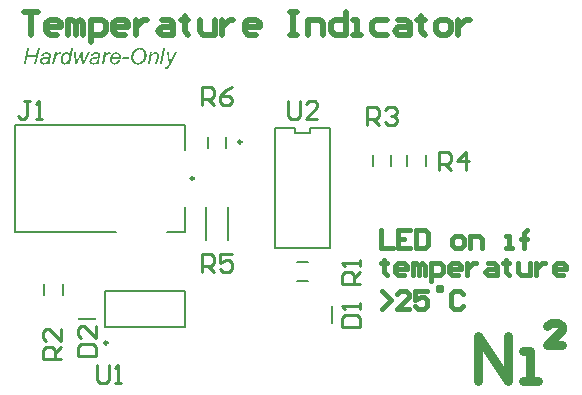
<source format=gbr>
G04*
G04 #@! TF.GenerationSoftware,Altium Limited,Altium Designer,24.8.2 (39)*
G04*
G04 Layer_Color=65535*
%FSLAX25Y25*%
%MOIN*%
G70*
G04*
G04 #@! TF.SameCoordinates,7DA90572-2472-42F9-BF80-4CDDFEAFDCCF*
G04*
G04*
G04 #@! TF.FilePolarity,Positive*
G04*
G01*
G75*
%ADD10C,0.00984*%
%ADD11C,0.00787*%
%ADD12C,0.03000*%
%ADD13C,0.01500*%
%ADD14C,0.02000*%
%ADD15C,0.01000*%
%ADD16R,0.00787X0.05906*%
%ADD17R,0.05906X0.00787*%
G36*
X306342Y427600D02*
X305719D01*
X305833Y428166D01*
X305825Y428159D01*
X305804Y428138D01*
X305776Y428110D01*
X305733Y428067D01*
X305684Y428018D01*
X305620Y427961D01*
X305549Y427905D01*
X305471Y427841D01*
X305380Y427777D01*
X305287Y427720D01*
X305188Y427664D01*
X305089Y427614D01*
X304976Y427579D01*
X304870Y427543D01*
X304749Y427522D01*
X304636Y427515D01*
X304579D01*
X304544Y427522D01*
X304495Y427529D01*
X304438Y427536D01*
X304310Y427565D01*
X304162Y427614D01*
X304084Y427650D01*
X304006Y427692D01*
X303928Y427735D01*
X303850Y427791D01*
X303772Y427855D01*
X303701Y427926D01*
X303694Y427933D01*
X303687Y427947D01*
X303666Y427968D01*
X303645Y428004D01*
X303617Y428046D01*
X303588Y428096D01*
X303553Y428159D01*
X303517Y428230D01*
X303482Y428308D01*
X303447Y428400D01*
X303418Y428499D01*
X303390Y428605D01*
X303369Y428719D01*
X303347Y428846D01*
X303340Y428981D01*
X303333Y429122D01*
Y429129D01*
Y429158D01*
Y429193D01*
X303340Y429243D01*
Y429306D01*
X303347Y429384D01*
X303355Y429469D01*
X303369Y429561D01*
X303404Y429760D01*
X303454Y429986D01*
X303524Y430213D01*
X303624Y430439D01*
X303631Y430446D01*
X303638Y430468D01*
X303652Y430496D01*
X303680Y430538D01*
X303709Y430588D01*
X303744Y430645D01*
X303829Y430772D01*
X303935Y430921D01*
X304063Y431069D01*
X304204Y431211D01*
X304360Y431331D01*
X304367Y431338D01*
X304381Y431345D01*
X304402Y431360D01*
X304438Y431381D01*
X304480Y431402D01*
X304523Y431423D01*
X304636Y431480D01*
X304771Y431537D01*
X304926Y431579D01*
X305089Y431614D01*
X305252Y431629D01*
X305287D01*
X305323Y431622D01*
X305372Y431614D01*
X305436Y431607D01*
X305507Y431593D01*
X305585Y431572D01*
X305670Y431544D01*
X305755Y431501D01*
X305847Y431459D01*
X305939Y431402D01*
X306031Y431331D01*
X306123Y431246D01*
X306208Y431154D01*
X306293Y431048D01*
X306364Y430921D01*
X306810Y433045D01*
X307475D01*
X306342Y427600D01*
D02*
G37*
G36*
X335172Y431622D02*
X335215D01*
X335264Y431614D01*
X335370Y431593D01*
X335491Y431565D01*
X335618Y431515D01*
X335738Y431452D01*
X335852Y431367D01*
X335866Y431353D01*
X335894Y431317D01*
X335937Y431260D01*
X335993Y431183D01*
X336043Y431083D01*
X336085Y430963D01*
X336114Y430822D01*
X336128Y430666D01*
Y430659D01*
Y430623D01*
X336121Y430574D01*
X336114Y430496D01*
X336107Y430404D01*
X336085Y430283D01*
X336064Y430142D01*
X336029Y429979D01*
X335491Y427600D01*
X334825D01*
X335377Y430092D01*
Y430099D01*
X335384Y430106D01*
X335392Y430156D01*
X335406Y430220D01*
X335420Y430298D01*
X335434Y430382D01*
X335441Y430475D01*
X335455Y430559D01*
Y430630D01*
Y430637D01*
Y430666D01*
X335448Y430701D01*
X335441Y430744D01*
X335420Y430793D01*
X335399Y430850D01*
X335363Y430899D01*
X335314Y430949D01*
X335307Y430956D01*
X335293Y430970D01*
X335257Y430991D01*
X335215Y431013D01*
X335158Y431034D01*
X335094Y431055D01*
X335016Y431069D01*
X334924Y431076D01*
X334875D01*
X334839Y431069D01*
X334790Y431062D01*
X334740Y431055D01*
X334613Y431027D01*
X334464Y430984D01*
X334308Y430921D01*
X334230Y430878D01*
X334145Y430829D01*
X334068Y430765D01*
X333990Y430701D01*
X333983Y430694D01*
X333968Y430687D01*
X333954Y430659D01*
X333926Y430630D01*
X333891Y430588D01*
X333848Y430538D01*
X333806Y430475D01*
X333763Y430404D01*
X333714Y430326D01*
X333664Y430227D01*
X333614Y430128D01*
X333565Y430014D01*
X333515Y429887D01*
X333466Y429745D01*
X333423Y429597D01*
X333388Y429434D01*
X333006Y427600D01*
X332340D01*
X333161Y431544D01*
X333777D01*
X333636Y430850D01*
X333643Y430857D01*
X333657Y430871D01*
X333678Y430885D01*
X333707Y430913D01*
X333777Y430984D01*
X333876Y431076D01*
X333990Y431168D01*
X334117Y431267D01*
X334245Y431360D01*
X334379Y431437D01*
X334386D01*
X334393Y431445D01*
X334415Y431459D01*
X334443Y431466D01*
X334514Y431501D01*
X334599Y431537D01*
X334712Y431565D01*
X334832Y431600D01*
X334960Y431622D01*
X335094Y431629D01*
X335144D01*
X335172Y431622D01*
D02*
G37*
G36*
X295290Y427600D02*
X294568D01*
X295099Y430163D01*
X292253D01*
X291722Y427600D01*
X291000D01*
X292140Y433045D01*
X292862D01*
X292388Y430779D01*
X295234D01*
X295708Y433045D01*
X296430D01*
X295290Y427600D01*
D02*
G37*
G36*
X319653Y431622D02*
X319717Y431614D01*
X319787Y431593D01*
X319872Y431572D01*
X319964Y431537D01*
X320071Y431487D01*
X319794Y430864D01*
X319787Y430871D01*
X319766Y430885D01*
X319731Y430899D01*
X319681Y430928D01*
X319624Y430949D01*
X319561Y430963D01*
X319490Y430977D01*
X319412Y430984D01*
X319377D01*
X319348Y430977D01*
X319278Y430963D01*
X319185Y430935D01*
X319079Y430885D01*
X318952Y430814D01*
X318888Y430772D01*
X318824Y430722D01*
X318754Y430659D01*
X318683Y430588D01*
X318676Y430581D01*
X318669Y430567D01*
X318647Y430545D01*
X318619Y430510D01*
X318591Y430468D01*
X318555Y430411D01*
X318513Y430347D01*
X318470Y430269D01*
X318428Y430177D01*
X318378Y430071D01*
X318329Y429958D01*
X318279Y429830D01*
X318230Y429689D01*
X318180Y429533D01*
X318138Y429363D01*
X318095Y429179D01*
X317770Y427600D01*
X317132D01*
X317954Y431544D01*
X318555D01*
X318378Y430729D01*
X318385Y430736D01*
X318392Y430751D01*
X318407Y430772D01*
X318435Y430807D01*
X318492Y430885D01*
X318569Y430984D01*
X318662Y431098D01*
X318761Y431211D01*
X318874Y431317D01*
X318980Y431409D01*
X318994Y431416D01*
X319030Y431445D01*
X319086Y431480D01*
X319164Y431522D01*
X319256Y431558D01*
X319355Y431593D01*
X319462Y431622D01*
X319575Y431629D01*
X319610D01*
X319653Y431622D01*
D02*
G37*
G36*
X303170D02*
X303234Y431614D01*
X303305Y431593D01*
X303390Y431572D01*
X303482Y431537D01*
X303588Y431487D01*
X303312Y430864D01*
X303305Y430871D01*
X303284Y430885D01*
X303248Y430899D01*
X303199Y430928D01*
X303142Y430949D01*
X303079Y430963D01*
X303008Y430977D01*
X302930Y430984D01*
X302894D01*
X302866Y430977D01*
X302795Y430963D01*
X302703Y430935D01*
X302597Y430885D01*
X302470Y430814D01*
X302406Y430772D01*
X302342Y430722D01*
X302271Y430659D01*
X302201Y430588D01*
X302193Y430581D01*
X302186Y430567D01*
X302165Y430545D01*
X302137Y430510D01*
X302109Y430468D01*
X302073Y430411D01*
X302031Y430347D01*
X301988Y430269D01*
X301946Y430177D01*
X301896Y430071D01*
X301847Y429958D01*
X301797Y429830D01*
X301747Y429689D01*
X301698Y429533D01*
X301655Y429363D01*
X301613Y429179D01*
X301287Y427600D01*
X300650D01*
X301471Y431544D01*
X302073D01*
X301896Y430729D01*
X301903Y430736D01*
X301910Y430751D01*
X301924Y430772D01*
X301953Y430807D01*
X302009Y430885D01*
X302087Y430984D01*
X302179Y431098D01*
X302278Y431211D01*
X302392Y431317D01*
X302498Y431409D01*
X302512Y431416D01*
X302548Y431445D01*
X302604Y431480D01*
X302682Y431522D01*
X302774Y431558D01*
X302873Y431593D01*
X302979Y431622D01*
X303093Y431629D01*
X303128D01*
X303170Y431622D01*
D02*
G37*
G36*
X326046Y429236D02*
X323993D01*
X324134Y429908D01*
X326181D01*
X326046Y429236D01*
D02*
G37*
G36*
X311150Y427600D02*
X310442D01*
X310293Y429908D01*
Y429922D01*
Y429951D01*
X310286Y430007D01*
Y430050D01*
Y430099D01*
X310279Y430149D01*
Y430213D01*
Y430276D01*
Y430354D01*
X310272Y430439D01*
Y430538D01*
X310265Y430637D01*
Y430744D01*
X310258Y430729D01*
X310250Y430708D01*
X310236Y430680D01*
X310222Y430645D01*
X310208Y430602D01*
X310166Y430489D01*
X310116Y430361D01*
X310052Y430220D01*
X309989Y430057D01*
X309911Y429887D01*
X308870Y427600D01*
X308162D01*
X307744Y431544D01*
X308388D01*
X308565Y429767D01*
X308643Y428775D01*
Y428768D01*
Y428754D01*
Y428719D01*
X308650Y428676D01*
Y428620D01*
X308658Y428542D01*
Y428443D01*
X308665Y428329D01*
Y428336D01*
X308672Y428343D01*
X308686Y428393D01*
X308707Y428457D01*
X308728Y428542D01*
X308764Y428627D01*
X308792Y428726D01*
X308827Y428818D01*
X308856Y428896D01*
X308863Y428903D01*
X308870Y428931D01*
X308891Y428981D01*
X308920Y429044D01*
X308948Y429129D01*
X308990Y429228D01*
X309047Y429349D01*
X309104Y429483D01*
X310045Y431544D01*
X310774D01*
X310902Y429568D01*
Y429561D01*
Y429547D01*
Y429526D01*
X310909Y429490D01*
Y429441D01*
Y429391D01*
X310916Y429328D01*
Y429250D01*
X310923Y429172D01*
Y429080D01*
X310930Y428981D01*
Y428874D01*
X310937Y428761D01*
Y428641D01*
X310944Y428506D01*
Y428379D01*
X310951Y428393D01*
X310966Y428421D01*
X310980Y428464D01*
X311001Y428513D01*
X311029Y428570D01*
X311058Y428648D01*
X311093Y428726D01*
X311136Y428818D01*
X311178Y428924D01*
X311228Y429037D01*
X311284Y429158D01*
X311341Y429292D01*
X311405Y429434D01*
X311475Y429583D01*
X311553Y429745D01*
X312389Y431544D01*
X313061D01*
X311150Y427600D01*
D02*
G37*
G36*
X339753Y427083D02*
X339746Y427076D01*
X339739Y427055D01*
X339718Y427020D01*
X339689Y426977D01*
X339661Y426928D01*
X339618Y426864D01*
X339533Y426729D01*
X339434Y426581D01*
X339321Y426439D01*
X339264Y426375D01*
X339208Y426311D01*
X339158Y426255D01*
X339102Y426212D01*
X339087Y426205D01*
X339052Y426177D01*
X338995Y426149D01*
X338917Y426106D01*
X338825Y426071D01*
X338712Y426035D01*
X338592Y426007D01*
X338457Y426000D01*
X338415D01*
X338372Y426007D01*
X338316Y426014D01*
X338245Y426021D01*
X338167Y426035D01*
X338089Y426057D01*
X338004Y426085D01*
X338047Y426715D01*
X338054D01*
X338082Y426708D01*
X338124Y426694D01*
X338174Y426687D01*
X338238Y426673D01*
X338301Y426658D01*
X338450Y426651D01*
X338486D01*
X338521Y426658D01*
X338563Y426665D01*
X338670Y426694D01*
X338726Y426715D01*
X338776Y426751D01*
X338783Y426758D01*
X338804Y426772D01*
X338840Y426807D01*
X338882Y426850D01*
X338932Y426913D01*
X338995Y426991D01*
X339059Y427090D01*
X339130Y427204D01*
X339349Y427593D01*
X338698Y431544D01*
X339356D01*
X339647Y429547D01*
Y429540D01*
X339654Y429519D01*
Y429490D01*
X339661Y429448D01*
X339668Y429391D01*
X339682Y429328D01*
X339689Y429257D01*
X339703Y429179D01*
X339725Y428995D01*
X339753Y428797D01*
X339781Y428584D01*
X339802Y428365D01*
X341565Y431544D01*
X342259D01*
X339753Y427083D01*
D02*
G37*
G36*
X337190Y427600D02*
X336517D01*
X337657Y433045D01*
X338323D01*
X337190Y427600D01*
D02*
G37*
G36*
X315284Y431622D02*
X315348D01*
X315419Y431607D01*
X315497Y431600D01*
X315582Y431586D01*
X315766Y431544D01*
X315957Y431480D01*
X316056Y431437D01*
X316148Y431395D01*
X316233Y431338D01*
X316318Y431275D01*
X316325D01*
X316332Y431260D01*
X316368Y431225D01*
X316424Y431176D01*
X316488Y431098D01*
X316545Y430999D01*
X316601Y430885D01*
X316637Y430751D01*
X316651Y430680D01*
Y430602D01*
Y430588D01*
Y430545D01*
X316644Y430482D01*
X316637Y430390D01*
X316630Y430283D01*
X316608Y430163D01*
X316587Y430021D01*
X316552Y429873D01*
X316332Y428889D01*
Y428882D01*
X316325Y428867D01*
Y428846D01*
X316318Y428811D01*
X316311Y428768D01*
X316304Y428726D01*
X316283Y428620D01*
X316261Y428499D01*
X316247Y428372D01*
X316240Y428244D01*
X316233Y428131D01*
Y428124D01*
Y428096D01*
X316240Y428053D01*
Y427997D01*
X316254Y427919D01*
X316268Y427827D01*
X316283Y427720D01*
X316311Y427600D01*
X315631D01*
Y427607D01*
X315624Y427635D01*
X315617Y427678D01*
X315603Y427735D01*
X315596Y427805D01*
X315582Y427890D01*
X315568Y427982D01*
X315561Y428089D01*
X315553D01*
X315546Y428074D01*
X315525Y428060D01*
X315504Y428039D01*
X315433Y427982D01*
X315341Y427919D01*
X315242Y427848D01*
X315122Y427777D01*
X315001Y427706D01*
X314881Y427650D01*
X314867Y427643D01*
X314824Y427628D01*
X314760Y427607D01*
X314675Y427586D01*
X314576Y427558D01*
X314456Y427536D01*
X314329Y427522D01*
X314194Y427515D01*
X314144D01*
X314102Y427522D01*
X314060D01*
X314003Y427529D01*
X313883Y427558D01*
X313741Y427593D01*
X313592Y427650D01*
X313451Y427728D01*
X313380Y427777D01*
X313316Y427834D01*
Y427841D01*
X313302Y427848D01*
X313267Y427890D01*
X313210Y427961D01*
X313153Y428053D01*
X313090Y428174D01*
X313033Y428315D01*
X312998Y428478D01*
X312990Y428563D01*
X312983Y428655D01*
Y428662D01*
Y428669D01*
Y428712D01*
X312990Y428768D01*
X313005Y428853D01*
X313019Y428938D01*
X313047Y429037D01*
X313083Y429136D01*
X313132Y429236D01*
X313139Y429250D01*
X313160Y429278D01*
X313196Y429328D01*
X313238Y429384D01*
X313295Y429448D01*
X313366Y429512D01*
X313444Y429583D01*
X313529Y429639D01*
X313543Y429646D01*
X313571Y429667D01*
X313628Y429696D01*
X313699Y429724D01*
X313783Y429767D01*
X313890Y429802D01*
X314010Y429837D01*
X314137Y429866D01*
X314152D01*
X314180Y429873D01*
X314244Y429880D01*
X314279Y429887D01*
X314329D01*
X314385Y429894D01*
X314449Y429901D01*
X314520Y429908D01*
X314598D01*
X314683Y429915D01*
X314775Y429922D01*
X314881D01*
X314994Y429929D01*
X315022D01*
X315058Y429937D01*
X315150D01*
X315214Y429944D01*
X315348Y429958D01*
X315497Y429979D01*
X315646Y430000D01*
X315787Y430036D01*
X315851Y430050D01*
X315907Y430071D01*
X315915Y430085D01*
X315922Y430114D01*
X315936Y430163D01*
X315950Y430227D01*
X315964Y430298D01*
X315971Y430375D01*
X315985Y430453D01*
Y430524D01*
Y430531D01*
Y430559D01*
X315978Y430602D01*
X315964Y430659D01*
X315943Y430715D01*
X315907Y430772D01*
X315865Y430836D01*
X315808Y430885D01*
X315794Y430892D01*
X315766Y430913D01*
X315709Y430949D01*
X315638Y430984D01*
X315539Y431013D01*
X315426Y431048D01*
X315284Y431069D01*
X315129Y431076D01*
X315058D01*
X314980Y431069D01*
X314881Y431055D01*
X314775Y431027D01*
X314654Y430999D01*
X314541Y430949D01*
X314435Y430885D01*
X314421Y430878D01*
X314392Y430850D01*
X314343Y430807D01*
X314286Y430751D01*
X314222Y430680D01*
X314159Y430588D01*
X314095Y430482D01*
X314045Y430361D01*
X313373Y430418D01*
Y430425D01*
X313380Y430446D01*
X313394Y430475D01*
X313415Y430517D01*
X313437Y430559D01*
X313465Y430616D01*
X313529Y430751D01*
X313621Y430892D01*
X313734Y431041D01*
X313868Y431183D01*
X314024Y431310D01*
X314031Y431317D01*
X314045Y431324D01*
X314074Y431338D01*
X314109Y431360D01*
X314152Y431381D01*
X314201Y431409D01*
X314265Y431437D01*
X314336Y431473D01*
X314414Y431501D01*
X314498Y431530D01*
X314598Y431558D01*
X314697Y431579D01*
X314916Y431614D01*
X315037Y431629D01*
X315235D01*
X315284Y431622D01*
D02*
G37*
G36*
X298802D02*
X298866D01*
X298937Y431607D01*
X299015Y431600D01*
X299099Y431586D01*
X299284Y431544D01*
X299475Y431480D01*
X299574Y431437D01*
X299666Y431395D01*
X299751Y431338D01*
X299836Y431275D01*
X299843D01*
X299850Y431260D01*
X299885Y431225D01*
X299942Y431176D01*
X300006Y431098D01*
X300062Y430999D01*
X300119Y430885D01*
X300154Y430751D01*
X300169Y430680D01*
Y430602D01*
Y430588D01*
Y430545D01*
X300162Y430482D01*
X300154Y430390D01*
X300147Y430283D01*
X300126Y430163D01*
X300105Y430021D01*
X300069Y429873D01*
X299850Y428889D01*
Y428882D01*
X299843Y428867D01*
Y428846D01*
X299836Y428811D01*
X299829Y428768D01*
X299822Y428726D01*
X299800Y428620D01*
X299779Y428499D01*
X299765Y428372D01*
X299758Y428244D01*
X299751Y428131D01*
Y428124D01*
Y428096D01*
X299758Y428053D01*
Y427997D01*
X299772Y427919D01*
X299786Y427827D01*
X299800Y427720D01*
X299829Y427600D01*
X299149D01*
Y427607D01*
X299142Y427635D01*
X299135Y427678D01*
X299121Y427735D01*
X299114Y427805D01*
X299099Y427890D01*
X299085Y427982D01*
X299078Y428089D01*
X299071D01*
X299064Y428074D01*
X299043Y428060D01*
X299022Y428039D01*
X298951Y427982D01*
X298859Y427919D01*
X298760Y427848D01*
X298639Y427777D01*
X298519Y427706D01*
X298399Y427650D01*
X298384Y427643D01*
X298342Y427628D01*
X298278Y427607D01*
X298193Y427586D01*
X298094Y427558D01*
X297974Y427536D01*
X297846Y427522D01*
X297712Y427515D01*
X297662D01*
X297620Y427522D01*
X297577D01*
X297521Y427529D01*
X297400Y427558D01*
X297259Y427593D01*
X297110Y427650D01*
X296968Y427728D01*
X296898Y427777D01*
X296834Y427834D01*
Y427841D01*
X296820Y427848D01*
X296784Y427890D01*
X296728Y427961D01*
X296671Y428053D01*
X296607Y428174D01*
X296551Y428315D01*
X296515Y428478D01*
X296508Y428563D01*
X296501Y428655D01*
Y428662D01*
Y428669D01*
Y428712D01*
X296508Y428768D01*
X296522Y428853D01*
X296537Y428938D01*
X296565Y429037D01*
X296600Y429136D01*
X296650Y429236D01*
X296657Y429250D01*
X296678Y429278D01*
X296714Y429328D01*
X296756Y429384D01*
X296813Y429448D01*
X296884Y429512D01*
X296961Y429583D01*
X297046Y429639D01*
X297060Y429646D01*
X297089Y429667D01*
X297145Y429696D01*
X297216Y429724D01*
X297301Y429767D01*
X297407Y429802D01*
X297528Y429837D01*
X297655Y429866D01*
X297669D01*
X297698Y429873D01*
X297761Y429880D01*
X297797Y429887D01*
X297846D01*
X297903Y429894D01*
X297967Y429901D01*
X298038Y429908D01*
X298115D01*
X298200Y429915D01*
X298292Y429922D01*
X298399D01*
X298512Y429929D01*
X298540D01*
X298576Y429937D01*
X298668D01*
X298731Y429944D01*
X298866Y429958D01*
X299015Y429979D01*
X299163Y430000D01*
X299305Y430036D01*
X299369Y430050D01*
X299425Y430071D01*
X299432Y430085D01*
X299439Y430114D01*
X299453Y430163D01*
X299468Y430227D01*
X299482Y430298D01*
X299489Y430375D01*
X299503Y430453D01*
Y430524D01*
Y430531D01*
Y430559D01*
X299496Y430602D01*
X299482Y430659D01*
X299461Y430715D01*
X299425Y430772D01*
X299383Y430836D01*
X299326Y430885D01*
X299312Y430892D01*
X299284Y430913D01*
X299227Y430949D01*
X299156Y430984D01*
X299057Y431013D01*
X298944Y431048D01*
X298802Y431069D01*
X298646Y431076D01*
X298576D01*
X298498Y431069D01*
X298399Y431055D01*
X298292Y431027D01*
X298172Y430999D01*
X298059Y430949D01*
X297953Y430885D01*
X297938Y430878D01*
X297910Y430850D01*
X297861Y430807D01*
X297804Y430751D01*
X297740Y430680D01*
X297676Y430588D01*
X297613Y430482D01*
X297563Y430361D01*
X296891Y430418D01*
Y430425D01*
X296898Y430446D01*
X296912Y430475D01*
X296933Y430517D01*
X296954Y430559D01*
X296983Y430616D01*
X297046Y430751D01*
X297138Y430892D01*
X297252Y431041D01*
X297386Y431183D01*
X297542Y431310D01*
X297549Y431317D01*
X297563Y431324D01*
X297591Y431338D01*
X297627Y431360D01*
X297669Y431381D01*
X297719Y431409D01*
X297783Y431437D01*
X297853Y431473D01*
X297931Y431501D01*
X298016Y431530D01*
X298115Y431558D01*
X298215Y431579D01*
X298434Y431614D01*
X298554Y431629D01*
X298753D01*
X298802Y431622D01*
D02*
G37*
G36*
X322025D02*
X322088Y431614D01*
X322159Y431607D01*
X322230Y431593D01*
X322315Y431572D01*
X322492Y431522D01*
X322591Y431487D01*
X322683Y431445D01*
X322775Y431395D01*
X322867Y431331D01*
X322952Y431267D01*
X323037Y431190D01*
X323044Y431183D01*
X323058Y431168D01*
X323079Y431147D01*
X323101Y431112D01*
X323136Y431062D01*
X323171Y431013D01*
X323207Y430949D01*
X323249Y430878D01*
X323292Y430793D01*
X323327Y430708D01*
X323363Y430609D01*
X323398Y430503D01*
X323419Y430382D01*
X323441Y430262D01*
X323455Y430135D01*
X323462Y429993D01*
Y429979D01*
Y429944D01*
Y429887D01*
X323455Y429809D01*
X323448Y429724D01*
X323441Y429625D01*
X323426Y429519D01*
X323405Y429405D01*
X320502D01*
Y429398D01*
Y429384D01*
X320495Y429363D01*
Y429335D01*
X320488Y429264D01*
Y429193D01*
Y429186D01*
Y429172D01*
Y429143D01*
X320495Y429101D01*
Y429059D01*
X320502Y429002D01*
X320516Y428882D01*
X320552Y428747D01*
X320594Y428605D01*
X320651Y428471D01*
X320736Y428351D01*
X320750Y428336D01*
X320778Y428308D01*
X320835Y428259D01*
X320913Y428209D01*
X320998Y428159D01*
X321104Y428110D01*
X321224Y428082D01*
X321359Y428067D01*
X321373D01*
X321416Y428074D01*
X321486Y428082D01*
X321571Y428096D01*
X321678Y428124D01*
X321791Y428159D01*
X321911Y428216D01*
X322039Y428287D01*
X322046D01*
X322053Y428294D01*
X322095Y428329D01*
X322159Y428379D01*
X322230Y428450D01*
X322315Y428542D01*
X322407Y428655D01*
X322485Y428782D01*
X322563Y428931D01*
X323214Y428874D01*
Y428867D01*
X323207Y428853D01*
X323200Y428825D01*
X323186Y428790D01*
X323164Y428747D01*
X323143Y428697D01*
X323087Y428577D01*
X322994Y428436D01*
X322945Y428358D01*
X322888Y428280D01*
X322817Y428195D01*
X322747Y428110D01*
X322662Y428032D01*
X322570Y427947D01*
X322563Y427940D01*
X322549Y427926D01*
X322520Y427905D01*
X322478Y427883D01*
X322428Y427848D01*
X322372Y427812D01*
X322301Y427770D01*
X322230Y427735D01*
X322145Y427692D01*
X322053Y427650D01*
X321954Y427614D01*
X321848Y427586D01*
X321734Y427558D01*
X321614Y427536D01*
X321486Y427522D01*
X321359Y427515D01*
X321288D01*
X321246Y427522D01*
X321203Y427529D01*
X321097Y427543D01*
X320970Y427565D01*
X320835Y427600D01*
X320693Y427650D01*
X320552Y427713D01*
X320545D01*
X320538Y427720D01*
X320495Y427749D01*
X320425Y427798D01*
X320347Y427862D01*
X320262Y427947D01*
X320170Y428046D01*
X320078Y428166D01*
X320000Y428301D01*
Y428308D01*
X319993Y428315D01*
X319986Y428336D01*
X319971Y428372D01*
X319957Y428407D01*
X319936Y428450D01*
X319908Y428556D01*
X319872Y428683D01*
X319837Y428832D01*
X319816Y429002D01*
X319809Y429179D01*
Y429186D01*
Y429207D01*
Y429243D01*
X319816Y429292D01*
Y429349D01*
X319823Y429413D01*
X319837Y429490D01*
X319844Y429575D01*
X319879Y429767D01*
X319936Y429979D01*
X320007Y430198D01*
X320106Y430425D01*
X320113Y430432D01*
X320120Y430453D01*
X320134Y430482D01*
X320163Y430524D01*
X320191Y430574D01*
X320226Y430630D01*
X320311Y430765D01*
X320425Y430913D01*
X320559Y431062D01*
X320708Y431204D01*
X320793Y431275D01*
X320878Y431331D01*
X320885Y431338D01*
X320899Y431345D01*
X320927Y431360D01*
X320963Y431381D01*
X321005Y431402D01*
X321055Y431423D01*
X321118Y431452D01*
X321182Y431480D01*
X321338Y431537D01*
X321515Y431579D01*
X321706Y431614D01*
X321911Y431629D01*
X321982D01*
X322025Y431622D01*
D02*
G37*
G36*
X329841Y433130D02*
X329912D01*
X329997Y433115D01*
X330096Y433101D01*
X330209Y433080D01*
X330329Y433052D01*
X330457Y433016D01*
X330591Y432974D01*
X330733Y432917D01*
X330875Y432853D01*
X331009Y432783D01*
X331144Y432691D01*
X331278Y432591D01*
X331399Y432471D01*
X331406Y432464D01*
X331427Y432443D01*
X331455Y432400D01*
X331498Y432351D01*
X331547Y432280D01*
X331604Y432202D01*
X331660Y432110D01*
X331724Y431997D01*
X331781Y431876D01*
X331837Y431742D01*
X331894Y431600D01*
X331944Y431437D01*
X331986Y431267D01*
X332014Y431090D01*
X332036Y430899D01*
X332043Y430694D01*
Y430687D01*
Y430659D01*
Y430616D01*
X332036Y430559D01*
Y430489D01*
X332029Y430411D01*
X332014Y430312D01*
X332000Y430213D01*
X331986Y430106D01*
X331965Y429986D01*
X331908Y429738D01*
X331823Y429483D01*
X331774Y429349D01*
X331717Y429221D01*
Y429214D01*
X331703Y429200D01*
X331696Y429172D01*
X331675Y429136D01*
X331653Y429094D01*
X331625Y429044D01*
X331554Y428924D01*
X331462Y428782D01*
X331356Y428634D01*
X331243Y428485D01*
X331108Y428343D01*
X331101Y428336D01*
X331094Y428329D01*
X331073Y428308D01*
X331045Y428280D01*
X330967Y428216D01*
X330875Y428131D01*
X330754Y428039D01*
X330620Y427947D01*
X330478Y427855D01*
X330322Y427770D01*
X330315D01*
X330294Y427756D01*
X330266Y427749D01*
X330223Y427728D01*
X330174Y427706D01*
X330110Y427685D01*
X330046Y427664D01*
X329968Y427643D01*
X329883Y427614D01*
X329791Y427593D01*
X329586Y427551D01*
X329366Y427522D01*
X329140Y427508D01*
X329076D01*
X329027Y427515D01*
X328970D01*
X328906Y427522D01*
X328828Y427536D01*
X328751Y427551D01*
X328567Y427586D01*
X328361Y427643D01*
X328156Y427720D01*
X328050Y427763D01*
X327951Y427820D01*
X327943Y427827D01*
X327929Y427834D01*
X327901Y427855D01*
X327866Y427876D01*
X327816Y427912D01*
X327766Y427947D01*
X327653Y428046D01*
X327519Y428166D01*
X327384Y428315D01*
X327257Y428485D01*
X327143Y428683D01*
Y428690D01*
X327129Y428712D01*
X327115Y428740D01*
X327101Y428782D01*
X327080Y428832D01*
X327058Y428896D01*
X327030Y428967D01*
X327009Y429044D01*
X326981Y429129D01*
X326952Y429221D01*
X326910Y429427D01*
X326881Y429646D01*
X326867Y429880D01*
Y429887D01*
Y429894D01*
Y429915D01*
Y429944D01*
X326874Y430021D01*
X326881Y430121D01*
X326896Y430241D01*
X326910Y430390D01*
X326938Y430545D01*
X326974Y430715D01*
X327016Y430899D01*
X327073Y431090D01*
X327136Y431289D01*
X327221Y431487D01*
X327313Y431678D01*
X327427Y431869D01*
X327554Y432053D01*
X327703Y432230D01*
X327710Y432237D01*
X327738Y432273D01*
X327788Y432315D01*
X327851Y432372D01*
X327936Y432443D01*
X328035Y432521D01*
X328149Y432599D01*
X328276Y432684D01*
X328418Y432768D01*
X328574Y432853D01*
X328736Y432924D01*
X328921Y432995D01*
X329112Y433052D01*
X329310Y433101D01*
X329522Y433130D01*
X329742Y433137D01*
X329784D01*
X329841Y433130D01*
D02*
G37*
%LPC*%
G36*
X305294Y431076D02*
X305252D01*
X305210Y431069D01*
X305146Y431062D01*
X305082Y431048D01*
X305004Y431027D01*
X304926Y430999D01*
X304849Y430963D01*
X304841Y430956D01*
X304813Y430942D01*
X304778Y430913D01*
X304728Y430878D01*
X304664Y430829D01*
X304601Y430765D01*
X304523Y430687D01*
X304452Y430595D01*
X304445Y430581D01*
X304424Y430552D01*
X304381Y430496D01*
X304339Y430418D01*
X304289Y430326D01*
X304233Y430213D01*
X304176Y430085D01*
X304126Y429944D01*
Y429937D01*
X304119Y429929D01*
X304112Y429908D01*
X304105Y429880D01*
X304084Y429802D01*
X304063Y429710D01*
X304041Y429597D01*
X304020Y429483D01*
X304006Y429363D01*
X303999Y429250D01*
Y429243D01*
Y429228D01*
Y429207D01*
Y429179D01*
X304006Y429108D01*
Y429016D01*
X304020Y428910D01*
X304034Y428804D01*
X304048Y428697D01*
X304077Y428598D01*
X304084Y428591D01*
X304091Y428563D01*
X304112Y428513D01*
X304140Y428464D01*
X304183Y428400D01*
X304233Y428336D01*
X304289Y428273D01*
X304353Y428209D01*
X304360Y428202D01*
X304388Y428188D01*
X304431Y428159D01*
X304487Y428131D01*
X304558Y428103D01*
X304636Y428074D01*
X304728Y428060D01*
X304827Y428053D01*
X304870D01*
X304905Y428060D01*
X304948Y428067D01*
X304990Y428082D01*
X305103Y428110D01*
X305231Y428166D01*
X305302Y428202D01*
X305372Y428251D01*
X305443Y428301D01*
X305514Y428365D01*
X305585Y428436D01*
X305656Y428520D01*
X305663Y428528D01*
X305677Y428549D01*
X305705Y428584D01*
X305733Y428634D01*
X305769Y428697D01*
X305811Y428768D01*
X305861Y428853D01*
X305910Y428952D01*
X305953Y429059D01*
X306002Y429179D01*
X306045Y429306D01*
X306080Y429441D01*
X306109Y429590D01*
X306137Y429745D01*
X306151Y429908D01*
X306158Y430078D01*
Y430085D01*
Y430099D01*
Y430121D01*
X306151Y430156D01*
X306144Y430241D01*
X306130Y430347D01*
X306095Y430460D01*
X306052Y430581D01*
X305995Y430701D01*
X305910Y430807D01*
X305896Y430822D01*
X305868Y430850D01*
X305811Y430892D01*
X305741Y430942D01*
X305648Y430991D01*
X305549Y431034D01*
X305429Y431062D01*
X305294Y431076D01*
D02*
G37*
G36*
X315801Y429590D02*
X315794D01*
X315780Y429583D01*
X315752Y429575D01*
X315716Y429561D01*
X315667Y429547D01*
X315617Y429533D01*
X315504Y429505D01*
X315497D01*
X315476Y429497D01*
X315433D01*
X315376Y429483D01*
X315299Y429476D01*
X315207Y429469D01*
X315100Y429455D01*
X314966Y429441D01*
X314937D01*
X314909Y429434D01*
X314867D01*
X314824Y429427D01*
X314768Y429420D01*
X314640Y429405D01*
X314498Y429391D01*
X314364Y429363D01*
X314237Y429342D01*
X314180Y429328D01*
X314130Y429313D01*
X314123D01*
X314088Y429299D01*
X314045Y429278D01*
X313996Y429250D01*
X313939Y429214D01*
X313876Y429172D01*
X313819Y429122D01*
X313769Y429059D01*
X313762Y429051D01*
X313748Y429030D01*
X313734Y428995D01*
X313713Y428945D01*
X313684Y428889D01*
X313670Y428825D01*
X313656Y428754D01*
X313649Y428676D01*
Y428662D01*
Y428627D01*
X313656Y428577D01*
X313670Y428513D01*
X313699Y428436D01*
X313727Y428358D01*
X313776Y428280D01*
X313840Y428209D01*
X313847Y428202D01*
X313876Y428181D01*
X313925Y428152D01*
X313982Y428124D01*
X314067Y428089D01*
X314159Y428060D01*
X314272Y428039D01*
X314399Y428032D01*
X314456D01*
X314520Y428039D01*
X314605Y428053D01*
X314704Y428074D01*
X314810Y428103D01*
X314923Y428145D01*
X315037Y428202D01*
X315044D01*
X315051Y428209D01*
X315086Y428237D01*
X315143Y428273D01*
X315214Y428329D01*
X315292Y428400D01*
X315376Y428485D01*
X315454Y428577D01*
X315525Y428690D01*
Y428697D01*
X315532Y428705D01*
X315539Y428726D01*
X315553Y428747D01*
X315568Y428782D01*
X315589Y428825D01*
X315624Y428924D01*
X315674Y429051D01*
X315716Y429207D01*
X315759Y429384D01*
X315801Y429590D01*
D02*
G37*
G36*
X299319D02*
X299312D01*
X299298Y429583D01*
X299269Y429575D01*
X299234Y429561D01*
X299184Y429547D01*
X299135Y429533D01*
X299022Y429505D01*
X299015D01*
X298993Y429497D01*
X298951D01*
X298894Y429483D01*
X298816Y429476D01*
X298724Y429469D01*
X298618Y429455D01*
X298484Y429441D01*
X298455D01*
X298427Y429434D01*
X298384D01*
X298342Y429427D01*
X298285Y429420D01*
X298158Y429405D01*
X298016Y429391D01*
X297882Y429363D01*
X297754Y429342D01*
X297698Y429328D01*
X297648Y429313D01*
X297641D01*
X297606Y429299D01*
X297563Y429278D01*
X297514Y429250D01*
X297457Y429214D01*
X297393Y429172D01*
X297337Y429122D01*
X297287Y429059D01*
X297280Y429051D01*
X297266Y429030D01*
X297252Y428995D01*
X297230Y428945D01*
X297202Y428889D01*
X297188Y428825D01*
X297174Y428754D01*
X297167Y428676D01*
Y428662D01*
Y428627D01*
X297174Y428577D01*
X297188Y428513D01*
X297216Y428436D01*
X297245Y428358D01*
X297294Y428280D01*
X297358Y428209D01*
X297365Y428202D01*
X297393Y428181D01*
X297443Y428152D01*
X297499Y428124D01*
X297584Y428089D01*
X297676Y428060D01*
X297790Y428039D01*
X297917Y428032D01*
X297974D01*
X298038Y428039D01*
X298123Y428053D01*
X298222Y428074D01*
X298328Y428103D01*
X298441Y428145D01*
X298554Y428202D01*
X298561D01*
X298569Y428209D01*
X298604Y428237D01*
X298661Y428273D01*
X298731Y428329D01*
X298809Y428400D01*
X298894Y428485D01*
X298972Y428577D01*
X299043Y428690D01*
Y428697D01*
X299050Y428705D01*
X299057Y428726D01*
X299071Y428747D01*
X299085Y428782D01*
X299107Y428825D01*
X299142Y428924D01*
X299192Y429051D01*
X299234Y429207D01*
X299276Y429384D01*
X299319Y429590D01*
D02*
G37*
G36*
X321925Y431112D02*
X321883D01*
X321855Y431105D01*
X321812D01*
X321770Y431098D01*
X321663Y431076D01*
X321543Y431041D01*
X321409Y430984D01*
X321267Y430906D01*
X321203Y430864D01*
X321132Y430807D01*
X321125D01*
X321118Y430793D01*
X321076Y430751D01*
X321012Y430680D01*
X320934Y430588D01*
X320849Y430460D01*
X320764Y430305D01*
X320679Y430128D01*
X320609Y429915D01*
X322825D01*
Y429922D01*
Y429929D01*
X322832Y429972D01*
Y430021D01*
Y430064D01*
Y430071D01*
Y430085D01*
Y430114D01*
X322825Y430149D01*
Y430191D01*
X322817Y430241D01*
X322803Y430347D01*
X322768Y430475D01*
X322726Y430602D01*
X322662Y430722D01*
X322577Y430836D01*
X322563Y430850D01*
X322534Y430878D01*
X322478Y430921D01*
X322400Y430977D01*
X322308Y431027D01*
X322195Y431069D01*
X322067Y431098D01*
X321925Y431112D01*
D02*
G37*
G36*
X329742Y432535D02*
X329706D01*
X329657Y432528D01*
X329600Y432521D01*
X329522Y432514D01*
X329437Y432499D01*
X329338Y432471D01*
X329232Y432443D01*
X329119Y432407D01*
X328998Y432358D01*
X328871Y432294D01*
X328744Y432223D01*
X328616Y432138D01*
X328489Y432039D01*
X328361Y431926D01*
X328234Y431799D01*
X328227Y431791D01*
X328205Y431763D01*
X328177Y431721D01*
X328135Y431664D01*
X328085Y431593D01*
X328028Y431501D01*
X327972Y431402D01*
X327908Y431282D01*
X327844Y431147D01*
X327788Y430999D01*
X327731Y430843D01*
X327681Y430666D01*
X327646Y430482D01*
X327611Y430283D01*
X327589Y430071D01*
X327582Y429844D01*
Y429837D01*
Y429823D01*
Y429795D01*
Y429767D01*
X327589Y429724D01*
X327596Y429674D01*
X327611Y429554D01*
X327632Y429420D01*
X327667Y429271D01*
X327717Y429115D01*
X327781Y428959D01*
Y428952D01*
X327788Y428945D01*
X327802Y428924D01*
X327816Y428896D01*
X327866Y428825D01*
X327929Y428733D01*
X328014Y428634D01*
X328113Y428528D01*
X328234Y428428D01*
X328368Y428336D01*
X328375D01*
X328390Y428329D01*
X328411Y428315D01*
X328439Y428301D01*
X328474Y428287D01*
X328517Y428266D01*
X328623Y428223D01*
X328744Y428181D01*
X328885Y428145D01*
X329041Y428117D01*
X329204Y428110D01*
X329275D01*
X329310Y428117D01*
X329352Y428124D01*
X329459Y428138D01*
X329579Y428159D01*
X329713Y428195D01*
X329855Y428244D01*
X329997Y428308D01*
X330004D01*
X330011Y428315D01*
X330032Y428329D01*
X330060Y428343D01*
X330131Y428393D01*
X330223Y428450D01*
X330329Y428528D01*
X330443Y428627D01*
X330563Y428733D01*
X330676Y428860D01*
X330683Y428867D01*
X330691Y428874D01*
X330705Y428896D01*
X330726Y428924D01*
X330754Y428959D01*
X330783Y429002D01*
X330853Y429101D01*
X330924Y429228D01*
X331002Y429377D01*
X331080Y429547D01*
X331151Y429731D01*
Y429738D01*
X331158Y429752D01*
X331165Y429781D01*
X331179Y429823D01*
X331193Y429866D01*
X331207Y429922D01*
X331222Y429986D01*
X331243Y430050D01*
X331271Y430205D01*
X331299Y430382D01*
X331321Y430559D01*
X331328Y430751D01*
Y430758D01*
Y430786D01*
Y430829D01*
X331321Y430885D01*
X331313Y430956D01*
X331306Y431034D01*
X331292Y431126D01*
X331271Y431218D01*
X331214Y431423D01*
X331179Y431530D01*
X331136Y431643D01*
X331080Y431749D01*
X331016Y431855D01*
X330945Y431954D01*
X330868Y432046D01*
X330860Y432053D01*
X330846Y432068D01*
X330818Y432089D01*
X330790Y432124D01*
X330740Y432160D01*
X330691Y432202D01*
X330627Y432245D01*
X330556Y432294D01*
X330478Y432337D01*
X330393Y432379D01*
X330301Y432422D01*
X330202Y432457D01*
X330096Y432492D01*
X329982Y432514D01*
X329862Y432528D01*
X329742Y432535D01*
D02*
G37*
%LPD*%
D10*
X363646Y401697D02*
G03*
X363646Y401697I-492J0D01*
G01*
X347732Y389500D02*
G03*
X347732Y389500I-492J0D01*
G01*
X319000Y334780D02*
G03*
X319000Y334780I-492J0D01*
G01*
D11*
X382138Y355350D02*
X385862D01*
X382138Y361650D02*
X385862D01*
X413650Y393531D02*
Y397468D01*
X407350Y393531D02*
Y397468D01*
X418850Y393531D02*
Y397468D01*
X425150Y393531D02*
Y397468D01*
X358650Y399532D02*
Y403469D01*
X352350Y399532D02*
Y403469D01*
X359158Y368874D02*
Y380126D01*
X351842Y368874D02*
Y380126D01*
X374945Y406500D02*
X381413D01*
Y404531D02*
Y406500D01*
Y404531D02*
X386587D01*
Y406500D01*
X393055D01*
Y366500D02*
Y406500D01*
X374945Y366500D02*
X393055D01*
X374945D02*
Y406500D01*
X288185Y407217D02*
X344878D01*
X288185Y371783D02*
Y407217D01*
X344878Y398949D02*
Y407217D01*
X288185Y371783D02*
X321847D01*
X338776D02*
X344878D01*
Y380051D01*
X297850Y350638D02*
Y354362D01*
X304150Y350638D02*
Y354362D01*
X318311Y340094D02*
X344689D01*
X318311Y351905D02*
X344689D01*
X318311Y340094D02*
Y351905D01*
X344689Y340094D02*
Y351905D01*
D12*
X442500Y322000D02*
Y336995D01*
X452497Y322000D01*
Y336995D01*
X457495Y322000D02*
X462494D01*
X459994D01*
Y331997D01*
X457495D01*
X470498Y334000D02*
X465500D01*
X470498Y338998D01*
Y340248D01*
X469249Y341498D01*
X466750D01*
X465500Y340248D01*
D13*
X411000Y362498D02*
Y361498D01*
X410000D01*
X411999D01*
X411000D01*
Y358499D01*
X411999Y357499D01*
X417997D02*
X415998D01*
X414998Y358499D01*
Y360498D01*
X415998Y361498D01*
X417997D01*
X418997Y360498D01*
Y359499D01*
X414998D01*
X420996Y357499D02*
Y361498D01*
X421996D01*
X422996Y360498D01*
Y357499D01*
Y360498D01*
X423995Y361498D01*
X424995Y360498D01*
Y357499D01*
X426995Y355500D02*
Y361498D01*
X429993D01*
X430993Y360498D01*
Y358499D01*
X429993Y357499D01*
X426995D01*
X435992D02*
X433992D01*
X432993Y358499D01*
Y360498D01*
X433992Y361498D01*
X435992D01*
X436991Y360498D01*
Y359499D01*
X432993D01*
X438991Y361498D02*
Y357499D01*
Y359499D01*
X439990Y360498D01*
X440990Y361498D01*
X441990D01*
X445988D02*
X447988D01*
X448987Y360498D01*
Y357499D01*
X445988D01*
X444989Y358499D01*
X445988Y359499D01*
X448987D01*
X451986Y362498D02*
Y361498D01*
X450987D01*
X452986D01*
X451986D01*
Y358499D01*
X452986Y357499D01*
X455985Y361498D02*
Y358499D01*
X456985Y357499D01*
X459984D01*
Y361498D01*
X461983D02*
Y357499D01*
Y359499D01*
X462983Y360498D01*
X463982Y361498D01*
X464982D01*
X470980Y357499D02*
X468981D01*
X467981Y358499D01*
Y360498D01*
X468981Y361498D01*
X470980D01*
X471980Y360498D01*
Y359499D01*
X467981D01*
X410500Y346000D02*
X413499Y348999D01*
X410500Y351998D01*
X419497Y346000D02*
X415498D01*
X419497Y349999D01*
Y350998D01*
X418497Y351998D01*
X416498D01*
X415498Y350998D01*
X425495Y351998D02*
X421496D01*
Y348999D01*
X423496Y349999D01*
X424496D01*
X425495Y348999D01*
Y347000D01*
X424496Y346000D01*
X422496D01*
X421496Y347000D01*
X437491Y350998D02*
X436492Y351998D01*
X434492D01*
X433493Y350998D01*
Y347000D01*
X434492Y346000D01*
X436492D01*
X437491Y347000D01*
X410000Y372498D02*
Y366500D01*
X413999D01*
X419997Y372498D02*
X415998D01*
Y366500D01*
X419997D01*
X415998Y369499D02*
X417997D01*
X421996Y372498D02*
Y366500D01*
X424995D01*
X425995Y367500D01*
Y371498D01*
X424995Y372498D01*
X421996D01*
X434992Y366500D02*
X436991D01*
X437991Y367500D01*
Y369499D01*
X436991Y370499D01*
X434992D01*
X433992Y369499D01*
Y367500D01*
X434992Y366500D01*
X439990D02*
Y370499D01*
X442989D01*
X443989Y369499D01*
Y366500D01*
X451986D02*
X453986D01*
X452986D01*
Y370499D01*
X451986D01*
X457984Y366500D02*
Y371498D01*
Y369499D01*
X456985D01*
X458984D01*
X457984D01*
Y371498D01*
X458984Y372498D01*
X429000Y352500D02*
Y353500D01*
X430000D01*
Y352500D01*
X429000D01*
D14*
X291000Y444997D02*
X295998D01*
X293499D01*
Y437499D01*
X302246D02*
X299747D01*
X298498Y438749D01*
Y441248D01*
X299747Y442498D01*
X302246D01*
X303496Y441248D01*
Y439998D01*
X298498D01*
X305995Y437499D02*
Y442498D01*
X307245D01*
X308494Y441248D01*
Y437499D01*
Y441248D01*
X309744Y442498D01*
X310994Y441248D01*
Y437499D01*
X313493Y435000D02*
Y442498D01*
X317242D01*
X318491Y441248D01*
Y438749D01*
X317242Y437499D01*
X313493D01*
X324739D02*
X322240D01*
X320990Y438749D01*
Y441248D01*
X322240Y442498D01*
X324739D01*
X325989Y441248D01*
Y439998D01*
X320990D01*
X328488Y442498D02*
Y437499D01*
Y439998D01*
X329737Y441248D01*
X330987Y442498D01*
X332237D01*
X337235D02*
X339734D01*
X340984Y441248D01*
Y437499D01*
X337235D01*
X335985Y438749D01*
X337235Y439998D01*
X340984D01*
X344733Y443747D02*
Y442498D01*
X343483D01*
X345982D01*
X344733D01*
Y438749D01*
X345982Y437499D01*
X349731Y442498D02*
Y438749D01*
X350981Y437499D01*
X354729D01*
Y442498D01*
X357229D02*
Y437499D01*
Y439998D01*
X358478Y441248D01*
X359728Y442498D01*
X360977D01*
X368475Y437499D02*
X365976D01*
X364726Y438749D01*
Y441248D01*
X365976Y442498D01*
X368475D01*
X369725Y441248D01*
Y439998D01*
X364726D01*
X379721Y444997D02*
X382221D01*
X380971D01*
Y437499D01*
X379721D01*
X382221D01*
X385969D02*
Y442498D01*
X389718D01*
X390968Y441248D01*
Y437499D01*
X398465Y444997D02*
Y437499D01*
X394717D01*
X393467Y438749D01*
Y441248D01*
X394717Y442498D01*
X398465D01*
X400964Y437499D02*
X403464D01*
X402214D01*
Y442498D01*
X400964D01*
X412211D02*
X408462D01*
X407212Y441248D01*
Y438749D01*
X408462Y437499D01*
X412211D01*
X415960Y442498D02*
X418459D01*
X419708Y441248D01*
Y437499D01*
X415960D01*
X414710Y438749D01*
X415960Y439998D01*
X419708D01*
X423457Y443747D02*
Y442498D01*
X422208D01*
X424707D01*
X423457D01*
Y438749D01*
X424707Y437499D01*
X429705D02*
X432204D01*
X433454Y438749D01*
Y441248D01*
X432204Y442498D01*
X429705D01*
X428456Y441248D01*
Y438749D01*
X429705Y437499D01*
X435953Y442498D02*
Y437499D01*
Y439998D01*
X437203Y441248D01*
X438452Y442498D01*
X439702D01*
D15*
X303499Y329502D02*
X297501D01*
Y332501D01*
X298501Y333500D01*
X300500D01*
X301500Y332501D01*
Y329502D01*
Y331501D02*
X303499Y333500D01*
Y339498D02*
Y335500D01*
X299500Y339498D01*
X298501D01*
X297501Y338499D01*
Y336499D01*
X298501Y335500D01*
X309001Y330502D02*
X314999D01*
Y333501D01*
X313999Y334500D01*
X310001D01*
X309001Y333501D01*
Y330502D01*
X314999Y340498D02*
Y336500D01*
X311000Y340498D01*
X310001D01*
X309001Y339499D01*
Y337499D01*
X310001Y336500D01*
X379002Y415499D02*
Y410501D01*
X380001Y409501D01*
X382001D01*
X383000Y410501D01*
Y415499D01*
X388998Y409501D02*
X385000D01*
X388998Y413500D01*
Y414499D01*
X387999Y415499D01*
X385999D01*
X385000Y414499D01*
X315501Y327499D02*
Y322501D01*
X316501Y321501D01*
X318500D01*
X319500Y322501D01*
Y327499D01*
X321499Y321501D02*
X323499D01*
X322499D01*
Y327499D01*
X321499Y326499D01*
X350502Y414001D02*
Y419999D01*
X353501D01*
X354500Y418999D01*
Y417000D01*
X353501Y416000D01*
X350502D01*
X352501D02*
X354500Y414001D01*
X360498Y419999D02*
X358499Y418999D01*
X356500Y417000D01*
Y415001D01*
X357499Y414001D01*
X359499D01*
X360498Y415001D01*
Y416000D01*
X359499Y417000D01*
X356500D01*
X350502Y358501D02*
Y364499D01*
X353501D01*
X354500Y363499D01*
Y361500D01*
X353501Y360500D01*
X350502D01*
X352501D02*
X354500Y358501D01*
X360498Y364499D02*
X356500D01*
Y361500D01*
X358499Y362500D01*
X359499D01*
X360498Y361500D01*
Y359501D01*
X359499Y358501D01*
X357499D01*
X356500Y359501D01*
X429502Y392501D02*
Y398499D01*
X432501D01*
X433500Y397499D01*
Y395500D01*
X432501Y394500D01*
X429502D01*
X431501D02*
X433500Y392501D01*
X438499D02*
Y398499D01*
X435500Y395500D01*
X439498D01*
X405502Y407501D02*
Y413499D01*
X408501D01*
X409500Y412499D01*
Y410500D01*
X408501Y409500D01*
X405502D01*
X407501D02*
X409500Y407501D01*
X411500Y412499D02*
X412499Y413499D01*
X414499D01*
X415498Y412499D01*
Y411500D01*
X414499Y410500D01*
X413499D01*
X414499D01*
X415498Y409500D01*
Y408501D01*
X414499Y407501D01*
X412499D01*
X411500Y408501D01*
X402999Y354501D02*
X397001D01*
Y357500D01*
X398001Y358500D01*
X400000D01*
X401000Y357500D01*
Y354501D01*
Y356501D02*
X402999Y358500D01*
Y360499D02*
Y362499D01*
Y361499D01*
X397001D01*
X398001Y360499D01*
X293000Y415499D02*
X291001D01*
X292000D01*
Y410501D01*
X291001Y409501D01*
X290001D01*
X289001Y410501D01*
X294999Y409501D02*
X296999D01*
X295999D01*
Y415499D01*
X294999Y414499D01*
X397001Y340001D02*
X402999D01*
Y343000D01*
X401999Y344000D01*
X398001D01*
X397001Y343000D01*
Y340001D01*
X402999Y345999D02*
Y347999D01*
Y346999D01*
X397001D01*
X398001Y345999D01*
D16*
X393843Y344000D02*
D03*
D17*
X312000Y342657D02*
D03*
M02*

</source>
